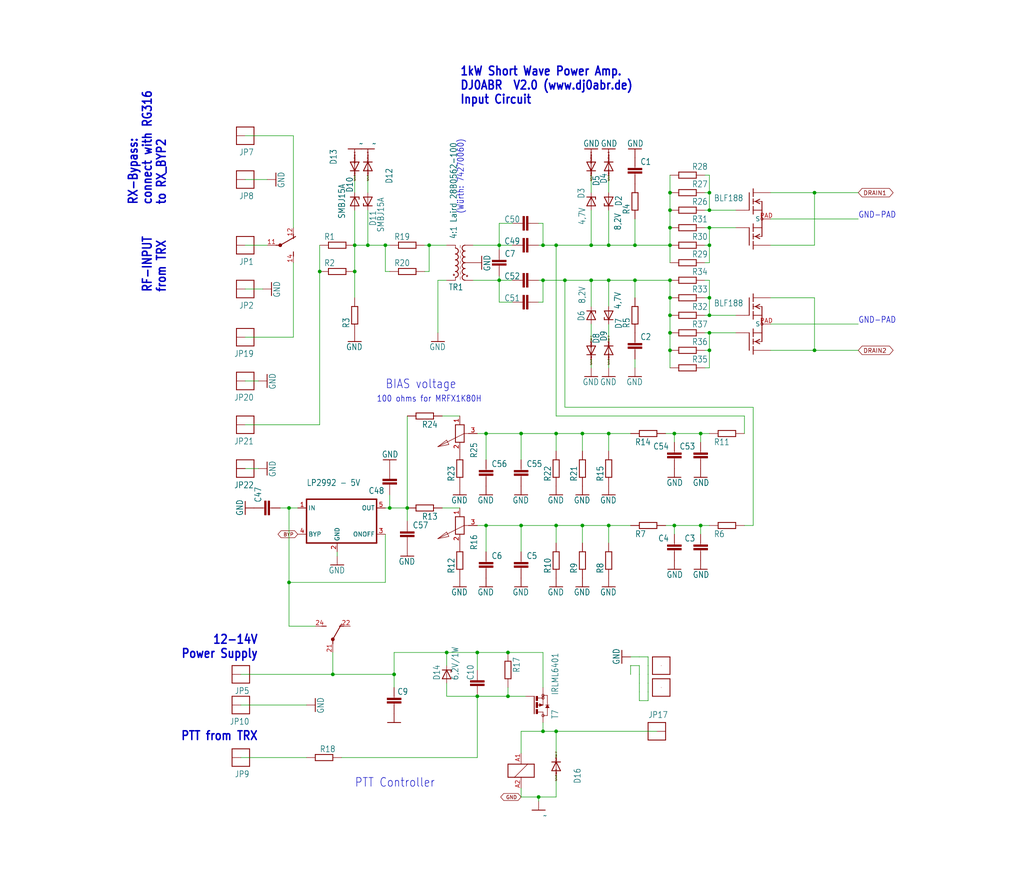
<source format=kicad_sch>
(kicad_sch (version 20231120) (generator "eeschema") (generator_version "8.0")
  (paper "User" 297.002 257.531)
  (junction (at 205.74 66.04))
  (junction (at 236.22 55.88))
  (junction (at 168.91 125.73))
  (junction (at 114.3 195.58))
  (junction (at 194.31 91.44))
  (junction (at 184.15 81.28))
  (junction (at 138.43 201.93))
  (junction (at 205.74 91.44))
  (junction (at 194.31 81.28))
  (junction (at 83.82 147.32))
  (junction (at 138.43 189.23))
  (junction (at 236.22 101.6))
  (junction (at 118.11 147.32))
  (junction (at 171.45 81.28))
  (junction (at 161.29 125.73))
  (junction (at 161.29 152.4))
  (junction (at 157.48 71.12))
  (junction (at 92.71 78.74))
  (junction (at 176.53 152.4))
  (junction (at 161.29 212.09))
  (junction (at 205.74 101.6))
  (junction (at 140.97 125.73))
  (junction (at 113.03 147.32))
  (junction (at 194.31 55.88))
  (junction (at 102.87 78.74))
  (junction (at 203.2 125.73))
  (junction (at 151.13 125.73))
  (junction (at 106.68 71.12))
  (junction (at 176.53 71.12))
  (junction (at 147.32 189.23))
  (junction (at 176.53 125.73))
  (junction (at 195.58 152.4))
  (junction (at 157.48 212.09))
  (junction (at 102.87 71.12))
  (junction (at 144.78 81.28))
  (junction (at 161.29 71.12))
  (junction (at 129.54 189.23))
  (junction (at 157.48 81.28))
  (junction (at 194.31 71.12))
  (junction (at 205.74 71.12))
  (junction (at 195.58 125.73))
  (junction (at 156.21 231.14))
  (junction (at 171.45 71.12))
  (junction (at 194.31 101.6))
  (junction (at 205.74 96.52))
  (junction (at 147.32 201.93))
  (junction (at 124.46 71.12))
  (junction (at 144.78 71.12))
  (junction (at 194.31 96.52))
  (junction (at 194.31 60.96))
  (junction (at 184.15 71.12))
  (junction (at 111.76 71.12))
  (junction (at 205.74 60.96))
  (junction (at 176.53 81.28))
  (junction (at 194.31 66.04))
  (junction (at 203.2 152.4))
  (junction (at 194.31 86.36))
  (junction (at 163.83 81.28))
  (junction (at 205.74 86.36))
  (junction (at 151.13 152.4))
  (junction (at 83.82 168.91))
  (junction (at 168.91 152.4))
  (junction (at 96.52 195.58))
  (junction (at 140.97 152.4))
  (junction (at 205.74 55.88))
  (wire (pts (xy 176.53 88.9) (xy 176.53 81.28)) (stroke (width 0.1524)))
  (wire (pts (xy 124.46 78.74) (xy 124.46 71.12)) (stroke (width 0.1524)))
  (wire (pts (xy 194.31 71.12) (xy 194.31 76.2)) (stroke (width 0.1524)))
  (wire (pts (xy 71.12 123.19) (xy 92.71 123.19)) (stroke (width 0.1524)))
  (wire (pts (xy 118.11 151.13) (xy 118.11 147.32)) (stroke (width 0.1524)))
  (wire (pts (xy 161.29 71.12) (xy 171.45 71.12)) (stroke (width 0.1524)))
  (wire (pts (xy 194.31 50.8) (xy 194.31 55.88)) (stroke (width 0.1524)))
  (wire (pts (xy 106.68 71.12) (xy 102.87 71.12)) (stroke (width 0.1524)))
  (wire (pts (xy 151.13 160.02) (xy 151.13 152.4)) (stroke (width 0.1524)))
  (wire (pts (xy 71.12 97.79) (xy 85.09 97.79)) (stroke (width 0.1524)))
  (wire (pts (xy 171.45 99.06) (xy 171.45 93.98)) (stroke (width 0.1524)))
  (wire (pts (xy 113.03 143.51) (xy 113.03 147.32)) (stroke (width 0.1524)))
  (wire (pts (xy 97.79 160.02) (xy 97.79 161.29)) (stroke (width 0.1524)))
  (wire (pts (xy 157.48 209.55) (xy 157.48 212.09)) (stroke (width 0.1524)))
  (wire (pts (xy 171.45 60.96) (xy 171.45 71.12)) (stroke (width 0.1524)))
  (wire (pts (xy 129.54 198.12) (xy 129.54 201.93)) (stroke (width 0.1524)))
  (wire (pts (xy 205.74 60.96) (xy 204.47 60.96)) (stroke (width 0.1524)))
  (wire (pts (xy 223.52 86.36) (xy 236.22 86.36)) (stroke (width 0.1524)))
  (wire (pts (xy 184.15 63.5) (xy 184.15 71.12)) (stroke (width 0.1524)))
  (wire (pts (xy 204.47 50.8) (xy 205.74 50.8)) (stroke (width 0.1524)))
  (wire (pts (xy 205.74 96.52) (xy 205.74 101.6)) (stroke (width 0.1524)))
  (wire (pts (xy 138.43 201.93) (xy 138.43 219.71)) (stroke (width 0.1524)))
  (wire (pts (xy 113.03 71.12) (xy 111.76 71.12)) (stroke (width 0.1524)))
  (wire (pts (xy 176.53 50.8) (xy 176.53 55.88)) (stroke (width 0.1524)))
  (wire (pts (xy 176.53 157.48) (xy 176.53 152.4)) (stroke (width 0.1524)))
  (wire (pts (xy 129.54 71.12) (xy 124.46 71.12)) (stroke (width 0.1524)))
  (wire (pts (xy 151.13 133.35) (xy 151.13 125.73)) (stroke (width 0.1524)))
  (wire (pts (xy 83.82 168.91) (xy 83.82 181.61)) (stroke (width 0.1524)))
  (wire (pts (xy 182.88 193.04) (xy 182.88 195.58)) (stroke (width 0.1524)))
  (wire (pts (xy 151.13 125.73) (xy 161.29 125.73)) (stroke (width 0.1524)))
  (wire (pts (xy 205.74 81.28) (xy 205.74 86.36)) (stroke (width 0.1524)))
  (wire (pts (xy 111.76 147.32) (xy 113.03 147.32)) (stroke (width 0.1524)))
  (wire (pts (xy 69.85 195.58) (xy 96.52 195.58)) (stroke (width 0.1524)))
  (wire (pts (xy 147.32 201.93) (xy 147.32 199.39)) (stroke (width 0.1524)))
  (wire (pts (xy 223.52 71.12) (xy 236.22 71.12)) (stroke (width 0.1524)))
  (wire (pts (xy 123.19 78.74) (xy 124.46 78.74)) (stroke (width 0.1524)))
  (wire (pts (xy 151.13 152.4) (xy 161.29 152.4)) (stroke (width 0.1524)))
  (wire (pts (xy 215.9 120.65) (xy 161.29 120.65)) (stroke (width 0.1524)))
  (wire (pts (xy 176.53 60.96) (xy 176.53 71.12)) (stroke (width 0.1524)))
  (wire (pts (xy 111.76 71.12) (xy 106.68 71.12)) (stroke (width 0.1524)))
  (wire (pts (xy 118.11 120.65) (xy 118.11 147.32)) (stroke (width 0.1524)))
  (wire (pts (xy 204.47 81.28) (xy 205.74 81.28)) (stroke (width 0.1524)))
  (wire (pts (xy 83.82 147.32) (xy 83.82 168.91)) (stroke (width 0.1524)))
  (wire (pts (xy 71.12 71.12) (xy 77.47 71.12)) (stroke (width 0.1524)))
  (wire (pts (xy 92.71 123.19) (xy 92.71 78.74)) (stroke (width 0.1524)))
  (wire (pts (xy 161.29 212.09) (xy 190.5 212.09)) (stroke (width 0.1524)))
  (wire (pts (xy 187.96 200.66) (xy 187.96 203.2)) (stroke (width 0.1524)))
  (wire (pts (xy 148.59 87.63) (xy 144.78 87.63)) (stroke (width 0.1524)))
  (wire (pts (xy 171.45 71.12) (xy 176.53 71.12)) (stroke (width 0.1524)))
  (wire (pts (xy 204.47 101.6) (xy 205.74 101.6)) (stroke (width 0.1524)))
  (wire (pts (xy 185.42 203.2) (xy 185.42 200.66)) (stroke (width 0.1524)))
  (wire (pts (xy 171.45 88.9) (xy 171.45 81.28)) (stroke (width 0.1524)))
  (wire (pts (xy 187.96 198.12) (xy 187.96 200.66)) (stroke (width 0.1524)))
  (wire (pts (xy 194.31 86.36) (xy 194.31 81.28)) (stroke (width 0.1524)))
  (wire (pts (xy 168.91 130.81) (xy 168.91 125.73)) (stroke (width 0.1524)))
  (wire (pts (xy 182.88 190.5) (xy 185.42 190.5)) (stroke (width 0.1524)))
  (wire (pts (xy 137.16 81.28) (xy 144.78 81.28)) (stroke (width 0.1524)))
  (wire (pts (xy 204.47 86.36) (xy 205.74 86.36)) (stroke (width 0.1524)))
  (wire (pts (xy 236.22 101.6) (xy 248.92 101.6)) (stroke (width 0.1524)))
  (wire (pts (xy 138.43 189.23) (xy 129.54 189.23)) (stroke (width 0.1524)))
  (wire (pts (xy 102.87 71.12) (xy 102.87 78.74)) (stroke (width 0.1524)))
  (wire (pts (xy 205.74 66.04) (xy 204.47 66.04)) (stroke (width 0.1524)))
  (wire (pts (xy 184.15 106.68) (xy 184.15 104.14)) (stroke (width 0.1524)))
  (wire (pts (xy 171.45 106.68) (xy 171.45 104.14)) (stroke (width 0.1524)))
  (wire (pts (xy 138.43 152.4) (xy 140.97 152.4)) (stroke (width 0.1524)))
  (wire (pts (xy 161.29 120.65) (xy 161.29 71.12)) (stroke (width 0.1524)))
  (wire (pts (xy 194.31 60.96) (xy 194.31 66.04)) (stroke (width 0.1524)))
  (wire (pts (xy 187.96 195.58) (xy 187.96 198.12)) (stroke (width 0.1524)))
  (wire (pts (xy 184.15 71.12) (xy 194.31 71.12)) (stroke (width 0.1524)))
  (wire (pts (xy 144.78 71.12) (xy 148.59 71.12)) (stroke (width 0.1524)))
  (wire (pts (xy 204.47 76.2) (xy 205.74 76.2)) (stroke (width 0.1524)))
  (wire (pts (xy 88.9 219.71) (xy 69.85 219.71)) (stroke (width 0.1524)))
  (wire (pts (xy 140.97 125.73) (xy 151.13 125.73)) (stroke (width 0.1524)))
  (wire (pts (xy 185.42 200.66) (xy 185.42 198.12)) (stroke (width 0.1524)))
  (wire (pts (xy 205.74 91.44) (xy 204.47 91.44)) (stroke (width 0.1524)))
  (wire (pts (xy 194.31 91.44) (xy 194.31 86.36)) (stroke (width 0.1524)))
  (wire (pts (xy 203.2 154.94) (xy 203.2 152.4)) (stroke (width 0.1524)))
  (wire (pts (xy 138.43 201.93) (xy 147.32 201.93)) (stroke (width 0.1524)))
  (wire (pts (xy 161.29 157.48) (xy 161.29 152.4)) (stroke (width 0.1524)))
  (wire (pts (xy 176.53 99.06) (xy 176.53 93.98)) (stroke (width 0.1524)))
  (wire (pts (xy 111.76 154.94) (xy 111.76 168.91)) (stroke (width 0.1524)))
  (wire (pts (xy 163.83 118.11) (xy 163.83 81.28)) (stroke (width 0.1524)))
  (wire (pts (xy 140.97 160.02) (xy 140.97 152.4)) (stroke (width 0.1524)))
  (wire (pts (xy 151.13 231.14) (xy 151.13 228.6)) (stroke (width 0.1524)))
  (wire (pts (xy 147.32 189.23) (xy 138.43 189.23)) (stroke (width 0.1524)))
  (wire (pts (xy 185.42 193.04) (xy 182.88 193.04)) (stroke (width 0.1524)))
  (wire (pts (xy 195.58 125.73) (xy 203.2 125.73)) (stroke (width 0.1524)))
  (wire (pts (xy 205.74 50.8) (xy 205.74 55.88)) (stroke (width 0.1524)))
  (wire (pts (xy 138.43 194.31) (xy 138.43 189.23)) (stroke (width 0.1524)))
  (wire (pts (xy 223.52 93.98) (xy 248.92 93.98)) (stroke (width 0.1524)))
  (wire (pts (xy 184.15 81.28) (xy 194.31 81.28)) (stroke (width 0.1524)))
  (wire (pts (xy 176.53 106.68) (xy 176.53 104.14)) (stroke (width 0.1524)))
  (wire (pts (xy 195.58 152.4) (xy 203.2 152.4)) (stroke (width 0.1524)))
  (wire (pts (xy 205.74 66.04) (xy 213.36 66.04)) (stroke (width 0.1524)))
  (wire (pts (xy 187.96 203.2) (xy 185.42 203.2)) (stroke (width 0.1524)))
  (wire (pts (xy 236.22 55.88) (xy 248.92 55.88)) (stroke (width 0.1524)))
  (wire (pts (xy 161.29 219.71) (xy 161.29 212.09)) (stroke (width 0.1524)))
  (wire (pts (xy 129.54 189.23) (xy 114.3 189.23)) (stroke (width 0.1524)))
  (wire (pts (xy 151.13 231.14) (xy 156.21 231.14)) (stroke (width 0.1524)))
  (wire (pts (xy 140.97 133.35) (xy 140.97 125.73)) (stroke (width 0.1524)))
  (wire (pts (xy 193.04 152.4) (xy 195.58 152.4)) (stroke (width 0.1524)))
  (wire (pts (xy 193.04 125.73) (xy 195.58 125.73)) (stroke (width 0.1524)))
  (wire (pts (xy 113.03 78.74) (xy 111.76 78.74)) (stroke (width 0.1524)))
  (wire (pts (xy 204.47 55.88) (xy 205.74 55.88)) (stroke (width 0.1524)))
  (wire (pts (xy 185.42 190.5) (xy 187.96 190.5)) (stroke (width 0.1524)))
  (wire (pts (xy 204.47 96.52) (xy 205.74 96.52)) (stroke (width 0.1524)))
  (wire (pts (xy 156.21 231.14) (xy 161.29 231.14)) (stroke (width 0.1524)))
  (wire (pts (xy 194.31 96.52) (xy 194.31 91.44)) (stroke (width 0.1524)))
  (wire (pts (xy 161.29 130.81) (xy 161.29 125.73)) (stroke (width 0.1524)))
  (wire (pts (xy 205.74 91.44) (xy 213.36 91.44)) (stroke (width 0.1524)))
  (wire (pts (xy 223.52 55.88) (xy 236.22 55.88)) (stroke (width 0.1524)))
  (wire (pts (xy 152.4 201.93) (xy 147.32 201.93)) (stroke (width 0.1524)))
  (wire (pts (xy 161.29 125.73) (xy 168.91 125.73)) (stroke (width 0.1524)))
  (wire (pts (xy 102.87 60.96) (xy 102.87 71.12)) (stroke (width 0.1524)))
  (wire (pts (xy 144.78 80.01) (xy 144.78 81.28)) (stroke (width 0.1524)))
  (wire (pts (xy 176.53 71.12) (xy 184.15 71.12)) (stroke (width 0.1524)))
  (wire (pts (xy 77.47 52.07) (xy 71.12 52.07)) (stroke (width 0.1524)))
  (wire (pts (xy 144.78 64.77) (xy 144.78 71.12)) (stroke (width 0.1524)))
  (wire (pts (xy 114.3 199.39) (xy 114.3 195.58)) (stroke (width 0.1524)))
  (wire (pts (xy 176.53 125.73) (xy 182.88 125.73)) (stroke (width 0.1524)))
  (wire (pts (xy 205.74 71.12) (xy 205.74 66.04)) (stroke (width 0.1524)))
  (wire (pts (xy 85.09 66.04) (xy 85.09 39.37)) (stroke (width 0.1524)))
  (wire (pts (xy 129.54 201.93) (xy 138.43 201.93)) (stroke (width 0.1524)))
  (wire (pts (xy 215.9 152.4) (xy 218.44 152.4)) (stroke (width 0.1524)))
  (wire (pts (xy 223.52 101.6) (xy 236.22 101.6)) (stroke (width 0.1524)))
  (wire (pts (xy 106.68 60.96) (xy 106.68 71.12)) (stroke (width 0.1524)))
  (wire (pts (xy 203.2 125.73) (xy 205.74 125.73)) (stroke (width 0.1524)))
  (wire (pts (xy 161.29 152.4) (xy 168.91 152.4)) (stroke (width 0.1524)))
  (wire (pts (xy 168.91 125.73) (xy 176.53 125.73)) (stroke (width 0.1524)))
  (wire (pts (xy 157.48 189.23) (xy 147.32 189.23)) (stroke (width 0.1524)))
  (wire (pts (xy 128.27 147.32) (xy 133.35 147.32)) (stroke (width 0.1524)))
  (wire (pts (xy 69.85 204.47) (xy 88.9 204.47)) (stroke (width 0.1524)))
  (wire (pts (xy 129.54 81.28) (xy 127 81.28)) (stroke (width 0.1524)))
  (wire (pts (xy 185.42 198.12) (xy 185.42 195.58)) (stroke (width 0.1524)))
  (wire (pts (xy 236.22 71.12) (xy 236.22 55.88)) (stroke (width 0.1524)))
  (wire (pts (xy 157.48 199.39) (xy 157.48 189.23)) (stroke (width 0.1524)))
  (wire (pts (xy 127 81.28) (xy 127 96.52)) (stroke (width 0.1524)))
  (wire (pts (xy 74.93 110.49) (xy 71.12 110.49)) (stroke (width 0.1524)))
  (wire (pts (xy 83.82 181.61) (xy 91.44 181.61)) (stroke (width 0.1524)))
  (wire (pts (xy 184.15 86.36) (xy 184.15 81.28)) (stroke (width 0.1524)))
  (wire (pts (xy 194.31 106.68) (xy 194.31 101.6)) (stroke (width 0.1524)))
  (wire (pts (xy 195.58 128.27) (xy 195.58 125.73)) (stroke (width 0.1524)))
  (wire (pts (xy 176.53 130.81) (xy 176.53 125.73)) (stroke (width 0.1524)))
  (wire (pts (xy 140.97 152.4) (xy 151.13 152.4)) (stroke (width 0.1524)))
  (wire (pts (xy 215.9 125.73) (xy 215.9 120.65)) (stroke (width 0.1524)))
  (wire (pts (xy 156.21 64.77) (xy 157.48 64.77)) (stroke (width 0.1524)))
  (wire (pts (xy 138.43 125.73) (xy 140.97 125.73)) (stroke (width 0.1524)))
  (wire (pts (xy 185.42 195.58) (xy 185.42 193.04)) (stroke (width 0.1524)))
  (wire (pts (xy 148.59 64.77) (xy 144.78 64.77)) (stroke (width 0.1524)))
  (wire (pts (xy 218.44 118.11) (xy 163.83 118.11)) (stroke (width 0.1524)))
  (wire (pts (xy 176.53 152.4) (xy 182.88 152.4)) (stroke (width 0.1524)))
  (wire (pts (xy 111.76 168.91) (xy 83.82 168.91)) (stroke (width 0.1524)))
  (wire (pts (xy 92.71 71.12) (xy 92.71 78.74)) (stroke (width 0.1524)))
  (wire (pts (xy 137.16 71.12) (xy 144.78 71.12)) (stroke (width 0.1524)))
  (wire (pts (xy 205.74 106.68) (xy 204.47 106.68)) (stroke (width 0.1524)))
  (wire (pts (xy 96.52 195.58) (xy 96.52 189.23)) (stroke (width 0.1524)))
  (wire (pts (xy 114.3 195.58) (xy 96.52 195.58)) (stroke (width 0.1524)))
  (wire (pts (xy 194.31 55.88) (xy 194.31 60.96)) (stroke (width 0.1524)))
  (wire (pts (xy 248.92 63.5) (xy 223.52 63.5)) (stroke (width 0.1524)))
  (wire (pts (xy 157.48 71.12) (xy 161.29 71.12)) (stroke (width 0.1524)))
  (wire (pts (xy 111.76 78.74) (xy 111.76 71.12)) (stroke (width 0.1524)))
  (wire (pts (xy 203.2 152.4) (xy 205.74 152.4)) (stroke (width 0.1524)))
  (wire (pts (xy 144.78 87.63) (xy 144.78 81.28)) (stroke (width 0.1524)))
  (wire (pts (xy 187.96 193.04) (xy 187.96 195.58)) (stroke (width 0.1524)))
  (wire (pts (xy 213.36 96.52) (xy 205.74 96.52)) (stroke (width 0.1524)))
  (wire (pts (xy 74.93 135.89) (xy 71.12 135.89)) (stroke (width 0.1524)))
  (wire (pts (xy 205.74 101.6) (xy 205.74 106.68)) (stroke (width 0.1524)))
  (wire (pts (xy 204.47 71.12) (xy 205.74 71.12)) (stroke (width 0.1524)))
  (wire (pts (xy 144.78 72.39) (xy 144.78 71.12)) (stroke (width 0.1524)))
  (wire (pts (xy 102.87 50.8) (xy 102.87 55.88)) (stroke (width 0.1524)))
  (wire (pts (xy 236.22 86.36) (xy 236.22 101.6)) (stroke (width 0.1524)))
  (wire (pts (xy 187.96 190.5) (xy 187.96 193.04)) (stroke (width 0.1524)))
  (wire (pts (xy 114.3 189.23) (xy 114.3 195.58)) (stroke (width 0.1524)))
  (wire (pts (xy 218.44 152.4) (xy 218.44 118.11)) (stroke (width 0.1524)))
  (wire (pts (xy 71.12 83.82) (xy 76.2 83.82)) (stroke (width 0.1524)))
  (wire (pts (xy 161.29 224.79) (xy 161.29 231.14)) (stroke (width 0.1524)))
  (wire (pts (xy 106.68 50.8) (xy 106.68 55.88)) (stroke (width 0.1524)))
  (wire (pts (xy 81.28 147.32) (xy 83.82 147.32)) (stroke (width 0.1524)))
  (wire (pts (xy 168.91 157.48) (xy 168.91 152.4)) (stroke (width 0.1524)))
  (wire (pts (xy 176.53 81.28) (xy 184.15 81.28)) (stroke (width 0.1524)))
  (wire (pts (xy 205.74 55.88) (xy 205.74 60.96)) (stroke (width 0.1524)))
  (wire (pts (xy 205.74 76.2) (xy 205.74 71.12)) (stroke (width 0.1524)))
  (wire (pts (xy 128.27 120.65) (xy 133.35 120.65)) (stroke (width 0.1524)))
  (wire (pts (xy 156.21 71.12) (xy 157.48 71.12)) (stroke (width 0.1524)))
  (wire (pts (xy 156.21 232.41) (xy 156.21 231.14)) (stroke (width 0.1524)))
  (wire (pts (xy 194.31 66.04) (xy 194.31 71.12)) (stroke (width 0.1524)))
  (wire (pts (xy 151.13 218.44) (xy 151.13 212.09)) (stroke (width 0.1524)))
  (wire (pts (xy 102.87 78.74) (xy 102.87 86.36)) (stroke (width 0.1524)))
  (wire (pts (xy 138.43 219.71) (xy 99.06 219.71)) (stroke (width 0.1524)))
  (wire (pts (xy 168.91 152.4) (xy 176.53 152.4)) (stroke (width 0.1524)))
  (wire (pts (xy 151.13 212.09) (xy 157.48 212.09)) (stroke (width 0.1524)))
  (wire (pts (xy 157.48 212.09) (xy 161.29 212.09)) (stroke (width 0.1524)))
  (wire (pts (xy 157.48 64.77) (xy 157.48 71.12)) (stroke (width 0.1524)))
  (wire (pts (xy 194.31 101.6) (xy 194.31 96.52)) (stroke (width 0.1524)))
  (wire (pts (xy 205.74 86.36) (xy 205.74 91.44)) (stroke (width 0.1524)))
  (wire (pts (xy 156.21 81.28) (xy 157.48 81.28)) (stroke (width 0.1524)))
  (wire (pts (xy 156.21 87.63) (xy 157.48 87.63)) (stroke (width 0.1524)))
  (wire (pts (xy 195.58 154.94) (xy 195.58 152.4)) (stroke (width 0.1524)))
  (wire (pts (xy 205.74 60.96) (xy 213.36 60.96)) (stroke (width 0.1524)))
  (wire (pts (xy 203.2 128.27) (xy 203.2 125.73)) (stroke (width 0.1524)))
  (wire (pts (xy 171.45 81.28) (xy 176.53 81.28)) (stroke (width 0.1524)))
  (wire (pts (xy 157.48 81.28) (xy 163.83 81.28)) (stroke (width 0.1524)))
  (wire (pts (xy 163.83 81.28) (xy 171.45 81.28)) (stroke (width 0.1524)))
  (wire (pts (xy 113.03 147.32) (xy 118.11 147.32)) (stroke (width 0.1524)))
  (wire (pts (xy 144.78 81.28) (xy 148.59 81.28)) (stroke (width 0.1524)))
  (wire (pts (xy 157.48 87.63) (xy 157.48 81.28)) (stroke (width 0.1524)))
  (wire (pts (xy 129.54 193.04) (xy 129.54 189.23)) (stroke (width 0.1524)))
  (wire (pts (xy 124.46 71.12) (xy 123.19 71.12)) (stroke (width 0.1524)))
  (wire (pts (xy 171.45 50.8) (xy 171.45 55.88)) (stroke (width 0.1524)))
  (wire (pts (xy 85.09 97.79) (xy 85.09 76.2)) (stroke (width 0.1524)))
  (wire (pts (xy 86.36 147.32) (xy 83.82 147.32)) (stroke (width 0.1524)))
  (wire (pts (xy 85.09 39.37) (xy 71.12 39.37)) (stroke (width 0.1524)))
  (text "(Würth: 74270060)" (at 134.62 62.23 90) (effects (font (size 1.778 1.5113)) (justify left bottom)))
  (text "GND-PAD" (at 248.92 63.5 0) (effects (font (size 1.778 1.5113)) (justify left bottom)))
  (text "12-14V\nPower Supply" (at 74.93 184.15 0) (effects (font (size 2.54 2.159) (thickness 0.4318) (bold yes)) (justify right top)))
  (text "PTT from TRX" (at 74.93 212.09 0) (effects (font (size 2.54 2.159) (thickness 0.4318) (bold yes)) (justify right top)))
  (text "RX-Bypass:\nconnect with RG316\nto RX_BYP2" (at 48.26 59.69 90) (effects (font (size 2.54 2.159) (thickness 0.4318) (bold yes)) (justify left bottom)))
  (text "RF-INPUT\nfrom TRX" (at 48.26 85.09 90) (effects (font (size 2.54 2.159) (thickness 0.4318) (bold yes)) (justify left bottom)))
  (text "GND-PAD" (at 248.92 93.98 0) (effects (font (size 1.778 1.5113)) (justify left bottom)))
  (text "BIAS voltage" (at 111.76 113.03 0) (effects (font (size 2.54 2.159)) (justify left bottom)))
  (text "1kW Short Wave Power Amp.\nDJ0ABR  V2.0 (www.dj0abr.de)\nInput Circuit" (at 133.35 30.48 0) (effects (font (size 2.54 2.159) (thickness 0.4318) (bold yes)) (justify left bottom)))
  (text "100 ohms for MRFX1K80H" (at 109.22 116.84 0) (effects (font (size 1.778 1.5113)) (justify left bottom)))
  (text "PTT Controller" (at 102.87 228.6 0) (effects (font (size 2.54 2.159)) (justify left bottom)))
  (global_label "BYP" (shape bidirectional) (at 86.36 154.94 180) (effects (font (size 1.016 1.016))) (property "Intersheetrefs" "${INTERSHEET_REFS}" (effects (hide yes))))
  (global_label "GND" (shape bidirectional) (at 151.13 231.14 180) (effects (font (size 1.016 1.016))) (property "Intersheetrefs" "${INTERSHEET_REFS}" (effects (hide yes))))
  (global_label "DRAIN1" (shape bidirectional) (at 248.92 55.88 0) (effects (font (size 1.2446 1.2446))) (property "Intersheetrefs" "${INTERSHEET_REFS}" (effects (hide yes))))
  (global_label "DRAIN2" (shape bidirectional) (at 248.92 101.6 0) (effects (font (size 1.2446 1.2446))) (property "Intersheetrefs" "${INTERSHEET_REFS}" (effects (hide yes))))
  (symbol (lib_id "kwpa_ldmos2-eagle-import:km_THICKPINSQUARE") (at 68.58 110.49 180) (unit 1)
    (property "Reference" "JP20" (at 73.66 114.3 0) (effects (font (size 1.778 1.5113)) (justify left bottom)))
    (property "Value" "THICKPINSQUARE" (effects (hide yes)))
    (property "Footprint" "kwpa_ldmos2:THICKPIN" (effects (hide yes)))
  )
  (symbol (lib_id "kwpa_ldmos2-eagle-import:km_THICKPINSQUARE") (at 67.31 195.58 180) (unit 1)
    (property "Reference" "JP5" (at 72.39 199.39 0) (effects (font (size 1.778 1.5113)) (justify left bottom)))
    (property "Value" "THICKPINSQUARE" (effects (hide yes)))
    (property "Footprint" "kwpa_ldmos2:THICKPIN" (effects (hide yes)))
  )
  (symbol (lib_id "kwpa_ldmos2-eagle-import:rcl_R-EU_R1206") (at 199.39 91.44 0) (unit 1)
    (property "Reference" "R32" (at 200.66 89.9414 0) (effects (font (size 1.778 1.5113)) (justify left bottom)))
    (property "Value" "R-EU_R1206" (effects (hide yes)))
    (property "Footprint" "kwpa_ldmos2:R1206" (effects (hide yes)))
  )
  (symbol (lib_id "kwpa_ldmos2-eagle-import:supply1_GND") (at 176.53 109.22 0) (unit 1)
    (property "Reference" "#GND17" (effects (hide yes)))
    (property "Value" "GND" (at 173.99 111.76 0) (effects (font (size 1.778 1.5113)) (justify left bottom)))
  )
  (symbol (lib_id "kwpa_ldmos2-eagle-import:rcl_C-EUC0603K") (at 118.11 153.67 0) (unit 1)
    (property "Reference" "C57" (at 119.634 153.289 0) (effects (font (size 1.778 1.5113)) (justify left bottom)))
    (property "Value" "C-EUC0603K" (effects (hide yes)))
    (property "Footprint" "kwpa_ldmos2:C0603K" (effects (hide yes)))
  )
  (symbol (lib_id "kwpa_ldmos2-eagle-import:km_ZPYSMA") (at 102.87 58.42 90) (unit 1)
    (property "Reference" "D10" (at 102.3874 55.88 0) (effects (font (size 1.778 1.5113)) (justify left bottom)))
    (property "Value" "SMBJ15A" (at 100.1014 63.5 0) (effects (font (size 1.778 1.5113)) (justify left bottom)))
    (property "Footprint" "kwpa_ldmos2:SMA" (effects (hide yes)))
  )
  (symbol (lib_id "kwpa_ldmos2-eagle-import:supply1_GND") (at 140.97 170.18 0) (unit 1)
    (property "Reference" "#GND12" (effects (hide yes)))
    (property "Value" "GND" (at 138.43 172.72 0) (effects (font (size 1.778 1.5113)) (justify left bottom)))
  )
  (symbol (lib_id "kwpa_ldmos2-eagle-import:relay_FINDER-30.22") (at 151.13 223.52 0) (unit 1)
    (property "Reference" "K2" (effects (hide yes)))
    (property "Value" "FINDER-30.22" (effects (hide yes)))
    (property "Footprint" "kwpa_ldmos2:FINDER-30.22" (effects (hide yes)))
  )
  (symbol (lib_id "kwpa_ldmos2-eagle-import:rcl_C-EUC1206K") (at 184.15 99.06 0) (unit 1)
    (property "Reference" "C2" (at 185.674 98.679 0) (effects (font (size 1.778 1.5113)) (justify left bottom)))
    (property "Value" "C-EUC1206K" (effects (hide yes)))
    (property "Footprint" "kwpa_ldmos2:C1206K" (effects (hide yes)))
  )
  (symbol (lib_id "kwpa_ldmos2-eagle-import:supply1_GND") (at 171.45 43.18 180) (unit 1)
    (property "Reference" "#GND15" (effects (hide yes)))
    (property "Value" "GND" (at 173.99 40.64 0) (effects (font (size 1.778 1.5113)) (justify left bottom)))
  )
  (symbol (lib_id "kwpa_ldmos2-eagle-import:km_THICKPINSQUARE") (at 68.58 83.82 180) (unit 1)
    (property "Reference" "JP2" (at 73.66 87.63 0) (effects (font (size 1.778 1.5113)) (justify left bottom)))
    (property "Value" "THICKPINSQUARE" (effects (hide yes)))
    (property "Footprint" "kwpa_ldmos2:THICKPIN" (effects (hide yes)))
  )
  (symbol (lib_id "kwpa_ldmos2-eagle-import:supply1_GND") (at 161.29 143.51 0) (unit 1)
    (property "Reference" "#GND60" (effects (hide yes)))
    (property "Value" "GND" (at 158.75 146.05 0) (effects (font (size 1.778 1.5113)) (justify left bottom)))
  )
  (symbol (lib_id "kwpa_ldmos2-eagle-import:supply1_GND") (at 77.47 110.49 90) (unit 1)
    (property "Reference" "#GND64" (effects (hide yes)))
    (property "Value" "GND" (at 80.01 113.03 0) (effects (font (size 1.778 1.5113)) (justify left bottom)))
  )
  (symbol (lib_id "kwpa_ldmos2-eagle-import:rcl_R-EU_R1206") (at 199.39 86.36 0) (unit 1)
    (property "Reference" "R33" (at 200.66 84.8614 0) (effects (font (size 1.778 1.5113)) (justify left bottom)))
    (property "Value" "R-EU_R1206" (effects (hide yes)))
    (property "Footprint" "kwpa_ldmos2:R1206" (effects (hide yes)))
  )
  (symbol (lib_id "kwpa_ldmos2-eagle-import:supply1_GND") (at 176.53 43.18 180) (unit 1)
    (property "Reference" "#GND16" (effects (hide yes)))
    (property "Value" "GND" (at 179.07 40.64 0) (effects (font (size 1.778 1.5113)) (justify left bottom)))
  )
  (symbol (lib_id "kwpa_ldmos2-eagle-import:supply1_GND") (at 97.79 163.83 0) (unit 1)
    (property "Reference" "#GND14" (effects (hide yes)))
    (property "Value" "GND" (at 95.25 166.37 0) (effects (font (size 1.778 1.5113)) (justify left bottom)))
  )
  (symbol (lib_id "kwpa_ldmos2-eagle-import:supply1_GND") (at 91.44 204.47 90) (unit 1)
    (property "Reference" "#GND24" (effects (hide yes)))
    (property "Value" "GND" (at 93.98 207.01 0) (effects (font (size 1.778 1.5113)) (justify left bottom)))
  )
  (symbol (lib_id "kwpa_ldmos2-eagle-import:diode_DIODE-SMB") (at 171.45 48.26 270) (unit 1)
    (property "Reference" "D5" (at 171.9326 50.8 0) (effects (font (size 1.778 1.5113)) (justify left bottom)))
    (property "Value" "DIODE-SMB" (effects (hide yes)))
    (property "Footprint" "kwpa_ldmos2:SMB" (effects (hide yes)))
  )
  (symbol (lib_id "kwpa_ldmos2-eagle-import:km_HOLE_32") (at 182.88 193.04 0) (unit 1)
    (property "Reference" "H13" (effects (hide yes)))
    (property "Value" "HOLE_32" (effects (hide yes)))
    (property "Footprint" "kwpa_ldmos2:HOLE32" (effects (hide yes)))
  )
  (symbol (lib_id "kwpa_ldmos2-eagle-import:km_MINIPOTI-S") (at 133.35 125.73 90) (mirror x) (unit 1)
    (property "Reference" "R25" (at 138.43 128.27 0) (effects (font (size 1.778 1.5113)) (justify left bottom)))
    (property "Value" "MINIPOTI-S" (effects (hide yes)))
    (property "Footprint" "kwpa_ldmos2:MINIPOTI" (effects (hide yes)))
  )
  (symbol (lib_id "kwpa_ldmos2-eagle-import:supply1_GND") (at 139.7 76.2 90) (unit 1)
    (property "Reference" "#GND55" (effects (hide yes)))
    (property "Value" "GND" (at 142.24 78.74 0) (effects (font (size 1.778 1.5113)) (justify left bottom)))
  )
  (symbol (lib_id "kwpa_ldmos2-eagle-import:rcl_C-EUC0603K") (at 203.2 130.81 0) (mirror y) (unit 1)
    (property "Reference" "C53" (at 201.676 130.429 0) (effects (font (size 1.778 1.5113)) (justify left bottom)))
    (property "Value" "C-EUC0603K" (effects (hide yes)))
    (property "Footprint" "kwpa_ldmos2:C0603K" (effects (hide yes)))
  )
  (symbol (lib_id "kwpa_ldmos2-eagle-import:rcl_R-EU_R1206") (at 199.39 96.52 0) (unit 1)
    (property "Reference" "R37" (at 200.66 95.0214 0) (effects (font (size 1.778 1.5113)) (justify left bottom)))
    (property "Value" "R-EU_R1206" (effects (hide yes)))
    (property "Footprint" "kwpa_ldmos2:R1206" (effects (hide yes)))
  )
  (symbol (lib_id "kwpa_ldmos2-eagle-import:rcl_R-EU_R0603") (at 123.19 147.32 180) (unit 1)
    (property "Reference" "R13" (at 127 148.8186 0) (effects (font (size 1.778 1.5113)) (justify left bottom)))
    (property "Value" "R-EU_R0603" (effects (hide yes)))
    (property "Footprint" "kwpa_ldmos2:R0603" (effects (hide yes)))
  )
  (symbol (lib_id "kwpa_ldmos2-eagle-import:supply1_GND") (at 77.47 135.89 90) (unit 1)
    (property "Reference" "#GND65" (effects (hide yes)))
    (property "Value" "GND" (at 80.01 138.43 0) (effects (font (size 1.778 1.5113)) (justify left bottom)))
  )
  (symbol (lib_id "kwpa_ldmos2-eagle-import:rcl_C-EUC1206K") (at 184.15 48.26 0) (unit 1)
    (property "Reference" "C1" (at 185.674 47.879 0) (effects (font (size 1.778 1.5113)) (justify left bottom)))
    (property "Value" "C-EUC1206K" (effects (hide yes)))
    (property "Footprint" "kwpa_ldmos2:C1206K" (effects (hide yes)))
  )
  (symbol (lib_id "kwpa_ldmos2-eagle-import:rcl_R-EU_R0603") (at 161.29 162.56 90) (unit 1)
    (property "Reference" "R10" (at 159.7914 166.37 0) (effects (font (size 1.778 1.5113)) (justify left bottom)))
    (property "Value" "R-EU_R0603" (effects (hide yes)))
    (property "Footprint" "kwpa_ldmos2:R0603" (effects (hide yes)))
  )
  (symbol (lib_id "kwpa_ldmos2-eagle-import:rcl_C-EUC1812K") (at 151.13 71.12 90) (unit 1)
    (property "Reference" "C49" (at 150.876 68.961 90) (effects (font (size 1.778 1.5113)) (justify left bottom)))
    (property "Value" "C-EUC1812K" (effects (hide yes)))
    (property "Footprint" "kwpa_ldmos2:C1812K" (effects (hide yes)))
  )
  (symbol (lib_id "kwpa_ldmos2-eagle-import:supply1_GND") (at 151.13 143.51 0) (unit 1)
    (property "Reference" "#GND61" (effects (hide yes)))
    (property "Value" "GND" (at 148.59 146.05 0) (effects (font (size 1.778 1.5113)) (justify left bottom)))
  )
  (symbol (lib_id "kwpa_ldmos2-eagle-import:supply1_GND") (at 127 99.06 0) (unit 1)
    (property "Reference" "#GND3" (effects (hide yes)))
    (property "Value" "GND" (at 124.46 101.6 0) (effects (font (size 1.778 1.5113)) (justify left bottom)))
  )
  (symbol (lib_id "kwpa_ldmos2-eagle-import:supply1_GND") (at 161.29 170.18 0) (unit 1)
    (property "Reference" "#GND10" (effects (hide yes)))
    (property "Value" "GND" (at 158.75 172.72 0) (effects (font (size 1.778 1.5113)) (justify left bottom)))
  )
  (symbol (lib_id "kwpa_ldmos2-eagle-import:km_HF_BLF188") (at 218.44 63.5 0) (unit 1)
    (property "Reference" "T2" (effects (hide yes)))
    (property "Value" "BLF188" (at 207.01 58.42 0) (effects (font (size 1.778 1.5113)) (justify left bottom)))
    (property "Footprint" "kwpa_ldmos2:BLF188" (effects (hide yes)))
  )
  (symbol (lib_id "kwpa_ldmos2-eagle-import:rcl_C-EUC0603K") (at 195.58 157.48 0) (mirror y) (unit 1)
    (property "Reference" "C4" (at 194.056 157.099 0) (effects (font (size 1.778 1.5113)) (justify left bottom)))
    (property "Value" "C-EUC0603K" (effects (hide yes)))
    (property "Footprint" "kwpa_ldmos2:C0603K" (effects (hide yes)))
  )
  (symbol (lib_id "kwpa_ldmos2-eagle-import:rcl_R-EU_R0603") (at 133.35 162.56 90) (unit 1)
    (property "Reference" "R12" (at 131.8514 166.37 0) (effects (font (size 1.778 1.5113)) (justify left bottom)))
    (property "Value" "R-EU_R0603" (effects (hide yes)))
    (property "Footprint" "kwpa_ldmos2:R0603" (effects (hide yes)))
  )
  (symbol (lib_id "kwpa_ldmos2-eagle-import:rcl_C-EUC0805K") (at 76.2 147.32 90) (unit 1)
    (property "Reference" "C47" (at 75.819 145.796 0) (effects (font (size 1.778 1.5113)) (justify left bottom)))
    (property "Value" "C-EUC0805K" (effects (hide yes)))
    (property "Footprint" "kwpa_ldmos2:C0805K" (effects (hide yes)))
  )
  (symbol (lib_id "kwpa_ldmos2-eagle-import:rcl_R-EU_R0603") (at 168.91 135.89 90) (unit 1)
    (property "Reference" "R21" (at 167.4114 139.7 0) (effects (font (size 1.778 1.5113)) (justify left bottom)))
    (property "Value" "R-EU_R0603" (effects (hide yes)))
    (property "Footprint" "kwpa_ldmos2:R0603" (effects (hide yes)))
  )
  (symbol (lib_id "kwpa_ldmos2-eagle-import:km_MINIPOTI-S") (at 133.35 152.4 90) (mirror x) (unit 1)
    (property "Reference" "R16" (at 138.43 154.94 0) (effects (font (size 1.778 1.5113)) (justify left bottom)))
    (property "Value" "MINIPOTI-S" (effects (hide yes)))
    (property "Footprint" "kwpa_ldmos2:MINIPOTI" (effects (hide yes)))
  )
  (symbol (lib_id "kwpa_ldmos2-eagle-import:rcl_R-EU_R0805") (at 176.53 162.56 90) (unit 1)
    (property "Reference" "R8" (at 175.0314 166.37 0) (effects (font (size 1.778 1.5113)) (justify left bottom)))
    (property "Value" "R-EU_R0805" (effects (hide yes)))
    (property "Footprint" "kwpa_ldmos2:R0805" (effects (hide yes)))
  )
  (symbol (lib_id "kwpa_ldmos2-eagle-import:supply1_GND") (at 168.91 143.51 0) (unit 1)
    (property "Reference" "#GND59" (effects (hide yes)))
    (property "Value" "GND" (at 166.37 146.05 0) (effects (font (size 1.778 1.5113)) (justify left bottom)))
  )
  (symbol (lib_id "kwpa_ldmos2-eagle-import:rcl_R-EU_R0603") (at 187.96 125.73 0) (mirror x) (unit 1)
    (property "Reference" "R14" (at 184.15 127.2286 0) (effects (font (size 1.778 1.5113)) (justify left bottom)))
    (property "Value" "R-EU_R0603" (effects (hide yes)))
    (property "Footprint" "kwpa_ldmos2:R0603" (effects (hide yes)))
  )
  (symbol (lib_id "kwpa_ldmos2-eagle-import:km_HOLE_32") (at 182.88 195.58 0) (unit 1)
    (property "Reference" "H14" (effects (hide yes)))
    (property "Value" "HOLE_32" (effects (hide yes)))
    (property "Footprint" "kwpa_ldmos2:HOLE32" (effects (hide yes)))
  )
  (symbol (lib_id "kwpa_ldmos2-eagle-import:rcl_C-EUC1812K") (at 151.13 81.28 90) (unit 1)
    (property "Reference" "C52" (at 150.876 79.121 90) (effects (font (size 1.778 1.5113)) (justify left bottom)))
    (property "Value" "C-EUC1812K" (effects (hide yes)))
    (property "Footprint" "kwpa_ldmos2:C1812K" (effects (hide yes)))
  )
  (symbol (lib_id "kwpa_ldmos2-eagle-import:rcl_R-EU_R2512") (at 118.11 78.74 0) (unit 1)
    (property "Reference" "R20" (at 114.3 77.2414 0) (effects (font (size 1.778 1.5113)) (justify left bottom)))
    (property "Value" "R-EU_R2512" (effects (hide yes)))
    (property "Footprint" "kwpa_ldmos2:R2512" (effects (hide yes)))
  )
  (symbol (lib_id "kwpa_ldmos2-eagle-import:supply1_GND") (at 114.3 209.55 0) (unit 1)
    (property "Reference" "#GND23" (effects (hide yes)))
    (property "Value" "GND" (effects (hide yes)))
  )
  (symbol (lib_id "kwpa_ldmos2-eagle-import:km_ZPYSMA") (at 176.53 91.44 270) (unit 1)
    (property "Reference" "D7" (at 178.435 92.202 0) (effects (font (size 1.778 1.5113)) (justify left bottom)))
    (property "Value" "4,7V" (at 178.181 84.582 0) (effects (font (size 1.778 1.5113)) (justify left bottom)))
    (property "Footprint" "kwpa_ldmos2:SMA" (effects (hide yes)))
  )
  (symbol (lib_id "kwpa_ldmos2-eagle-import:rcl_C-EUC1206K") (at 144.78 74.93 0) (unit 1)
    (property "Reference" "C7" (at 146.304 74.549 0) (effects (font (size 1.778 1.5113)) (justify left bottom)))
    (property "Value" "C-EUC1206K" (effects (hide yes)))
    (property "Footprint" "kwpa_ldmos2:C1206K" (effects (hide yes)))
  )
  (symbol (lib_id "kwpa_ldmos2-eagle-import:rcl_C-EUC0603K") (at 151.13 162.56 0) (unit 1)
    (property "Reference" "C5" (at 152.654 162.179 0) (effects (font (size 1.778 1.5113)) (justify left bottom)))
    (property "Value" "C-EUC0603K" (effects (hide yes)))
    (property "Footprint" "kwpa_ldmos2:C0603K" (effects (hide yes)))
  )
  (symbol (lib_id "kwpa_ldmos2-eagle-import:km_ZPYSMA") (at 106.68 58.42 270) (unit 1)
    (property "Reference" "D11" (at 107.1626 60.96 0) (effects (font (size 1.778 1.5113)) (justify left bottom)))
    (property "Value" "SMBJ15A" (at 109.4486 57.15 0) (effects (font (size 1.778 1.5113)) (justify left bottom)))
    (property "Footprint" "kwpa_ldmos2:SMA" (effects (hide yes)))
  )
  (symbol (lib_id "kwpa_ldmos2-eagle-import:rcl_R-EU_R1206") (at 199.39 71.12 0) (unit 1)
    (property "Reference" "R30" (at 200.66 69.6214 0) (effects (font (size 1.778 1.5113)) (justify left bottom)))
    (property "Value" "R-EU_R1206" (effects (hide yes)))
    (property "Footprint" "kwpa_ldmos2:R1206" (effects (hide yes)))
  )
  (symbol (lib_id "kwpa_ldmos2-eagle-import:rcl_R-EU_R0603") (at 133.35 135.89 90) (unit 1)
    (property "Reference" "R23" (at 131.8514 139.7 0) (effects (font (size 1.778 1.5113)) (justify left bottom)))
    (property "Value" "R-EU_R0603" (effects (hide yes)))
    (property "Footprint" "kwpa_ldmos2:R0603" (effects (hide yes)))
  )
  (symbol (lib_id "kwpa_ldmos2-eagle-import:supply1_GND") (at 80.01 52.07 90) (unit 1)
    (property "Reference" "#GND25" (effects (hide yes)))
    (property "Value" "GND" (at 82.55 54.61 0) (effects (font (size 1.778 1.5113)) (justify left bottom)))
  )
  (symbol (lib_id "kwpa_ldmos2-eagle-import:rcl_R-EU_R2512") (at 184.15 58.42 90) (unit 1)
    (property "Reference" "R4" (at 182.6514 62.23 0) (effects (font (size 1.778 1.5113)) (justify left bottom)))
    (property "Value" "R-EU_R2512" (effects (hide yes)))
    (property "Footprint" "kwpa_ldmos2:R2512" (effects (hide yes)))
  )
  (symbol (lib_id "kwpa_ldmos2-eagle-import:km_HF_TRAFO_1W_2W_MIT_ANZAPFUNGKWPAINPUT") (at 134.62 76.2 0) (mirror x) (unit 1)
    (property "Reference" "TR1" (at 130.048 82.296 0) (effects (font (size 1.778 1.5113)) (justify left bottom)))
    (property "Value" "4:1 Laird 28B0562-100" (at 130.556 69.342 90) (effects (font (size 1.778 1.5113)) (justify right top)))
    (property "Footprint" "kwpa_ldmos2:KW-INPUT_LAIRD_28B0562-100" (effects (hide yes)))
  )
  (symbol (lib_id "kwpa_ldmos2-eagle-import:rcl_R-EU_R0603") (at 210.82 125.73 0) (mirror x) (unit 1)
    (property "Reference" "R11" (at 207.01 127.2286 0) (effects (font (size 1.778 1.5113)) (justify left bottom)))
    (property "Value" "R-EU_R0603" (effects (hide yes)))
    (property "Footprint" "kwpa_ldmos2:R0603" (effects (hide yes)))
  )
  (symbol (lib_id "kwpa_ldmos2-eagle-import:supply1_GND") (at 184.15 109.22 0) (unit 1)
    (property "Reference" "#GND4" (effects (hide yes)))
    (property "Value" "GND" (at 181.61 111.76 0) (effects (font (size 1.778 1.5113)) (justify left bottom)))
  )
  (symbol (lib_id "kwpa_ldmos2-eagle-import:rcl_R-EU_R0603") (at 168.91 162.56 90) (unit 1)
    (property "Reference" "R9" (at 167.4114 166.37 0) (effects (font (size 1.778 1.5113)) (justify left bottom)))
    (property "Value" "R-EU_R0603" (effects (hide yes)))
    (property "Footprint" "kwpa_ldmos2:R0603" (effects (hide yes)))
  )
  (symbol (lib_id "kwpa_ldmos2-eagle-import:supply1_GND") (at 133.35 143.51 0) (unit 1)
    (property "Reference" "#GND63" (effects (hide yes)))
    (property "Value" "GND" (at 130.81 146.05 0) (effects (font (size 1.778 1.5113)) (justify left bottom)))
  )
  (symbol (lib_id "kwpa_ldmos2-eagle-import:km_HOLE_32") (at 185.42 193.04 0) (unit 1)
    (property "Reference" "H8" (effects (hide yes)))
    (property "Value" "HOLE_32" (effects (hide yes)))
    (property "Footprint" "kwpa_ldmos2:HOLE32" (effects (hide yes)))
  )
  (symbol (lib_id "kwpa_ldmos2-eagle-import:supply1_GND") (at 176.53 170.18 0) (unit 1)
    (property "Reference" "#GND8" (effects (hide yes)))
    (property "Value" "GND" (at 173.99 172.72 0) (effects (font (size 1.778 1.5113)) (justify left bottom)))
  )
  (symbol (lib_id "kwpa_ldmos2-eagle-import:rcl_R-EU_R0603") (at 123.19 120.65 180) (unit 1)
    (property "Reference" "R24" (at 127 122.1486 0) (effects (font (size 1.778 1.5113)) (justify left bottom)))
    (property "Value" "R-EU_R0603" (effects (hide yes)))
    (property "Footprint" "kwpa_ldmos2:R0603" (effects (hide yes)))
  )
  (symbol (lib_id "kwpa_ldmos2-eagle-import:rcl_C-EUC0603K") (at 140.97 135.89 0) (unit 1)
    (property "Reference" "C56" (at 142.494 135.509 0) (effects (font (size 1.778 1.5113)) (justify left bottom)))
    (property "Value" "C-EUC0603K" (effects (hide yes)))
    (property "Footprint" "kwpa_ldmos2:C0603K" (effects (hide yes)))
  )
  (symbol (lib_id "kwpa_ldmos2-eagle-import:km_THICKPINSQUARE") (at 193.04 212.09 0) (unit 1)
    (property "Reference" "JP17" (at 187.96 208.28 0) (effects (font (size 1.778 1.5113)) (justify left bottom)))
    (property "Value" "THICKPINSQUARE" (effects (hide yes)))
    (property "Footprint" "kwpa_ldmos2:THICKPIN" (effects (hide yes)))
  )
  (symbol (lib_id "kwpa_ldmos2-eagle-import:rcl_R-EU_R2512") (at 184.15 91.44 90) (unit 1)
    (property "Reference" "R5" (at 182.6514 95.25 0) (effects (font (size 1.778 1.5113)) (justify left bottom)))
    (property "Value" "R-EU_R2512" (effects (hide yes)))
    (property "Footprint" "kwpa_ldmos2:R2512" (effects (hide yes)))
  )
  (symbol (lib_id "kwpa_ldmos2-eagle-import:rcl_R-EU_R0603") (at 187.96 152.4 0) (mirror x) (unit 1)
    (property "Reference" "R7" (at 184.15 153.8986 0) (effects (font (size 1.778 1.5113)) (justify left bottom)))
    (property "Value" "R-EU_R0603" (effects (hide yes)))
    (property "Footprint" "kwpa_ldmos2:R0603" (effects (hide yes)))
  )
  (symbol (lib_id "kwpa_ldmos2-eagle-import:km_FIDUCIAL") (at 191.77 193.04 0) (unit 1)
    (property "Reference" "FID1" (effects (hide yes)))
    (property "Value" "FIDUCIAL" (effects (hide yes)))
    (property "Footprint" "kwpa_ldmos2:FIDUCIAL" (effects (hide yes)))
  )
  (symbol (lib_id "kwpa_ldmos2-eagle-import:km_FIDUCIAL") (at 191.77 199.39 0) (unit 1)
    (property "Reference" "FID2" (effects (hide yes)))
    (property "Value" "FIDUCIAL" (effects (hide yes)))
    (property "Footprint" "kwpa_ldmos2:FIDUCIAL" (effects (hide yes)))
  )
  (symbol (lib_id "kwpa_ldmos2-eagle-import:km_THICKPINSQUARE") (at 68.58 97.79 180) (unit 1)
    (property "Reference" "JP19" (at 73.66 101.6 0) (effects (font (size 1.778 1.5113)) (justify left bottom)))
    (property "Value" "THICKPINSQUARE" (effects (hide yes)))
    (property "Footprint" "kwpa_ldmos2:THICKPIN" (effects (hide yes)))
  )
  (symbol (lib_id "kwpa_ldmos2-eagle-import:km_HF_BLF188") (at 218.44 93.98 0) (unit 1)
    (property "Reference" "T1" (effects (hide yes)))
    (property "Value" "BLF188" (at 207.01 88.9 0) (effects (font (size 1.778 1.5113)) (justify left bottom)))
    (property "Footprint" "kwpa_ldmos2:BLF188" (effects (hide yes)))
  )
  (symbol (lib_id "kwpa_ldmos2-eagle-import:km_HOLE_32") (at 187.96 200.66 0) (unit 1)
    (property "Reference" "H5" (effects (hide yes)))
    (property "Value" "HOLE_32" (effects (hide yes)))
    (property "Footprint" "kwpa_ldmos2:HOLE32" (effects (hide yes)))
  )
  (symbol (lib_id "kwpa_ldmos2-eagle-import:km_HOLE_32") (at 187.96 198.12 0) (unit 1)
    (property "Reference" "H4" (effects (hide yes)))
    (property "Value" "HOLE_32" (effects (hide yes)))
    (property "Footprint" "kwpa_ldmos2:HOLE32" (effects (hide yes)))
  )
  (symbol (lib_id "kwpa_ldmos2-eagle-import:supply1_GND") (at 180.34 190.5 270) (unit 1)
    (property "Reference" "#GND22" (effects (hide yes)))
    (property "Value" "GND" (at 177.8 187.96 0) (effects (font (size 1.778 1.5113)) (justify left bottom)))
  )
  (symbol (lib_id "kwpa_ldmos2-eagle-import:rcl_R-EU_R0603") (at 93.98 219.71 0) (unit 1)
    (property "Reference" "R18" (at 92.71 218.2114 0) (effects (font (size 1.778 1.5113)) (justify left bottom)))
    (property "Value" "R-EU_R0603" (effects (hide yes)))
    (property "Footprint" "kwpa_ldmos2:R0603" (effects (hide yes)))
  )
  (symbol (lib_id "kwpa_ldmos2-eagle-import:supply1_GND") (at 102.87 43.18 180) (unit 1)
    (property "Reference" "#GND19" (effects (hide yes)))
  )
  (symbol (lib_id "kwpa_ldmos2-eagle-import:supply1_GND") (at 156.21 234.95 0) (mirror y) (unit 1)
    (property "Reference" "#GND21" (effects (hide yes)))
  )
  (symbol (lib_id "kwpa_ldmos2-eagle-import:km_THICKPINSQUARE") (at 67.31 219.71 180) (unit 1)
    (property "Reference" "JP9" (at 72.39 223.52 0) (effects (font (size 1.778 1.5113)) (justify left bottom)))
    (property "Value" "THICKPINSQUARE" (effects (hide yes)))
    (property "Footprint" "kwpa_ldmos2:THICKPIN" (effects (hide yes)))
  )
  (symbol (lib_id "kwpa_ldmos2-eagle-import:km_HOLE_32") (at 185.42 195.58 0) (unit 1)
    (property "Reference" "H9" (effects (hide yes)))
    (property "Value" "HOLE_32" (effects (hide yes)))
    (property "Footprint" "kwpa_ldmos2:HOLE32" (effects (hide yes)))
  )
  (symbol (lib_id "kwpa_ldmos2-eagle-import:diode_DIODE-SMB") (at 176.53 101.6 90) (unit 1)
    (property "Reference" "D9" (at 176.0474 99.06 0) (effects (font (size 1.778 1.5113)) (justify left bottom)))
    (property "Value" "DIODE-SMB" (effects (hide yes)))
    (property "Footprint" "kwpa_ldmos2:SMB" (effects (hide yes)))
  )
  (symbol (lib_id "kwpa_ldmos2-eagle-import:km_HOLE_32") (at 185.42 203.2 0) (unit 1)
    (property "Reference" "H12" (effects (hide yes)))
    (property "Value" "HOLE_32" (effects (hide yes)))
    (property "Footprint" "kwpa_ldmos2:HOLE32" (effects (hide yes)))
  )
  (symbol (lib_id "kwpa_ldmos2-eagle-import:rcl_C-EUC0603K") (at 151.13 135.89 0) (unit 1)
    (property "Reference" "C55" (at 152.654 135.509 0) (effects (font (size 1.778 1.5113)) (justify left bottom)))
    (property "Value" "C-EUC0603K" (effects (hide yes)))
    (property "Footprint" "kwpa_ldmos2:C0603K" (effects (hide yes)))
  )
  (symbol (lib_id "kwpa_ldmos2-eagle-import:relay_FINDER-30.22") (at 80.01 71.12 270) (mirror x) (unit 2)
    (property "Reference" "K2" (effects (hide yes)))
    (property "Value" "FINDER-30.22" (effects (hide yes)))
    (property "Footprint" "kwpa_ldmos2:FINDER-30.22" (effects (hide yes)))
  )
  (symbol (lib_id "kwpa_ldmos2-eagle-import:supply1_GND") (at 151.13 170.18 0) (unit 1)
    (property "Reference" "#GND11" (effects (hide yes)))
    (property "Value" "GND" (at 148.59 172.72 0) (effects (font (size 1.778 1.5113)) (justify left bottom)))
  )
  (symbol (lib_id "kwpa_ldmos2-eagle-import:supply1_GND") (at 102.87 99.06 0) (unit 1)
    (property "Reference" "#GND2" (effects (hide yes)))
    (property "Value" "GND" (at 100.33 101.6 0) (effects (font (size 1.778 1.5113)) (justify left bottom)))
  )
  (symbol (lib_id "kwpa_ldmos2-eagle-import:rcl_R-EU_R1206") (at 199.39 106.68 0) (unit 1)
    (property "Reference" "R35" (at 200.66 105.1814 0) (effects (font (size 1.778 1.5113)) (justify left bottom)))
    (property "Value" "R-EU_R1206" (effects (hide yes)))
    (property "Footprint" "kwpa_ldmos2:R1206" (effects (hide yes)))
  )
  (symbol (lib_id "kwpa_ldmos2-eagle-import:rcl_R-EU_R1206") (at 199.39 66.04 0) (unit 1)
    (property "Reference" "R31" (at 200.66 64.5414 0) (effects (font (size 1.778 1.5113)) (justify left bottom)))
    (property "Value" "R-EU_R1206" (effects (hide yes)))
    (property "Footprint" "kwpa_ldmos2:R1206" (effects (hide yes)))
  )
  (symbol (lib_id "kwpa_ldmos2-eagle-import:rcl_C-EUC0603K") (at 195.58 130.81 0) (mirror y) (unit 1)
    (property "Reference" "C54" (at 194.056 130.429 0) (effects (font (size 1.778 1.5113)) (justify left bottom)))
    (property "Value" "C-EUC0603K" (effects (hide yes)))
    (property "Footprint" "kwpa_ldmos2:C0603K" (effects (hide yes)))
  )
  (symbol (lib_id "kwpa_ldmos2-eagle-import:rcl_R-EU_R1206") (at 199.39 50.8 0) (unit 1)
    (property "Reference" "R28" (at 200.66 49.3014 0) (effects (font (size 1.778 1.5113)) (justify left bottom)))
    (property "Value" "R-EU_R1206" (effects (hide yes)))
    (property "Footprint" "kwpa_ldmos2:R1206" (effects (hide yes)))
  )
  (symbol (lib_id "kwpa_ldmos2-eagle-import:diode_DIODE-SMB") (at 106.68 48.26 90) (unit 1)
    (property "Reference" "D12" (at 113.8174 53.34 0) (effects (font (size 1.778 1.5113)) (justify left bottom)))
    (property "Value" "DIODE-SMB" (effects (hide yes)))
    (property "Footprint" "kwpa_ldmos2:SMB" (effects (hide yes)))
  )
  (symbol (lib_id "kwpa_ldmos2-eagle-import:km_THICKPINSQUARE") (at 68.58 52.07 180) (unit 1)
    (property "Reference" "JP8" (at 73.66 55.88 0) (effects (font (size 1.778 1.5113)) (justify left bottom)))
    (property "Value" "THICKPINSQUARE" (effects (hide yes)))
    (property "Footprint" "kwpa_ldmos2:THICKPIN" (effects (hide yes)))
  )
  (symbol (lib_id "kwpa_ldmos2-eagle-import:diode_DIODE-SMB") (at 161.29 222.25 90) (unit 1)
    (property "Reference" "D16" (at 168.4274 227.33 0) (effects (font (size 1.778 1.5113)) (justify left bottom)))
    (property "Value" "DIODE-SMB" (effects (hide yes)))
    (property "Footprint" "kwpa_ldmos2:SMB" (effects (hide yes)))
  )
  (symbol (lib_id "kwpa_ldmos2-eagle-import:rcl_R-EU_R0603") (at 147.32 194.31 270) (unit 1)
    (property "Reference" "R17" (at 148.8186 190.5 0) (effects (font (size 1.778 1.5113)) (justify left bottom)))
    (property "Value" "R-EU_R0603" (effects (hide yes)))
    (property "Footprint" "kwpa_ldmos2:R0603" (effects (hide yes)))
  )
  (symbol (lib_id "kwpa_ldmos2-eagle-import:supply1_GND") (at 203.2 165.1 0) (mirror y) (unit 1)
    (property "Reference" "#GND6" (effects (hide yes)))
    (property "Value" "GND" (at 205.74 167.64 0) (effects (font (size 1.778 1.5113)) (justify left bottom)))
  )
  (symbol (lib_id "kwpa_ldmos2-eagle-import:rcl_C-EUC0805K") (at 114.3 201.93 0) (unit 1)
    (property "Reference" "C9" (at 115.189 201.549 0) (effects (font (size 1.778 1.5113)) (justify left bottom)))
    (property "Value" "C-EUC0805K" (effects (hide yes)))
    (property "Footprint" "kwpa_ldmos2:C0805K" (effects (hide yes)))
  )
  (symbol (lib_id "kwpa_ldmos2-eagle-import:km_THICKPINSQUARE") (at 68.58 135.89 180) (unit 1)
    (property "Reference" "JP22" (at 73.66 139.7 0) (effects (font (size 1.778 1.5113)) (justify left bottom)))
    (property "Value" "THICKPINSQUARE" (effects (hide yes)))
    (property "Footprint" "kwpa_ldmos2:THICKPIN" (effects (hide yes)))
  )
  (symbol (lib_id "kwpa_ldmos2-eagle-import:rcl_R-EU_R0603") (at 161.29 135.89 90) (unit 1)
    (property "Reference" "R22" (at 159.7914 139.7 0) (effects (font (size 1.778 1.5113)) (justify left bottom)))
    (property "Value" "R-EU_R0603" (effects (hide yes)))
    (property "Footprint" "kwpa_ldmos2:R0603" (effects (hide yes)))
  )
  (symbol (lib_id "kwpa_ldmos2-eagle-import:supply1_GND") (at 78.74 83.82 90) (unit 1)
    (property "Reference" "#GND1" (effects (hide yes)))
    (property "Value" "GND" (at 81.28 86.36 0) (effects (font (size 1.778 1.5113)) (justify left bottom)))
  )
  (symbol (lib_id "kwpa_ldmos2-eagle-import:supply1_GND") (at 176.53 143.51 0) (unit 1)
    (property "Reference" "#GND58" (effects (hide yes)))
    (property "Value" "GND" (at 173.99 146.05 0) (effects (font (size 1.778 1.5113)) (justify left bottom)))
  )
  (symbol (lib_id "kwpa_ldmos2-eagle-import:supply1_GND") (at 133.35 170.18 0) (unit 1)
    (property "Reference" "#GND13" (effects (hide yes)))
    (property "Value" "GND" (at 130.81 172.72 0) (effects (font (size 1.778 1.5113)) (justify left bottom)))
  )
  (symbol (lib_id "kwpa_ldmos2-eagle-import:supply1_GND") (at 195.58 138.43 0) (mirror y) (unit 1)
    (property "Reference" "#GND57" (effects (hide yes)))
    (property "Value" "GND" (at 198.12 140.97 0) (effects (font (size 1.778 1.5113)) (justify left bottom)))
  )
  (symbol (lib_id "kwpa_ldmos2-eagle-import:supply1_GND") (at 171.45 109.22 0) (unit 1)
    (property "Reference" "#GND18" (effects (hide yes)))
    (property "Value" "GND" (at 168.91 111.76 0) (effects (font (size 1.778 1.5113)) (justify left bottom)))
  )
  (symbol (lib_id "kwpa_ldmos2-eagle-import:rcl_R-EU_R1206") (at 199.39 101.6 0) (unit 1)
    (property "Reference" "R36" (at 200.66 100.1014 0) (effects (font (size 1.778 1.5113)) (justify left bottom)))
    (property "Value" "R-EU_R1206" (effects (hide yes)))
    (property "Footprint" "kwpa_ldmos2:R1206" (effects (hide yes)))
  )
  (symbol (lib_id "kwpa_ldmos2-eagle-import:supply1_GND") (at 113.03 133.35 180) (unit 1)
    (property "Reference" "#GND54" (effects (hide yes)))
    (property "Value" "GND" (at 115.57 130.81 0) (effects (font (size 1.778 1.5113)) (justify left bottom)))
  )
  (symbol (lib_id "kwpa_ldmos2-eagle-import:km_HOLE_32") (at 185.42 200.66 0) (unit 1)
    (property "Reference" "H11" (effects (hide yes)))
    (property "Value" "HOLE_32" (effects (hide yes)))
    (property "Footprint" "kwpa_ldmos2:HOLE32" (effects (hide yes)))
  )
  (symbol (lib_id "kwpa_ldmos2-eagle-import:relay_FINDER-30.22") (at 96.52 186.69 0) (unit 3)
    (property "Reference" "K2" (effects (hide yes)))
    (property "Value" "FINDER-30.22" (effects (hide yes)))
    (property "Footprint" "kwpa_ldmos2:FINDER-30.22" (effects (hide yes)))
  )
  (symbol (lib_id "kwpa_ldmos2-eagle-import:km_UREG5") (at 99.06 152.4 0) (unit 1)
    (property "Reference" "IC2" (effects (hide yes)))
    (property "Value" "LP2992 - 5V" (at 88.9 140.97 0) (effects (font (size 1.778 1.5113)) (justify left bottom)))
    (property "Footprint" "kwpa_ldmos2:SOT23-5" (effects (hide yes)))
  )
  (symbol (lib_id "kwpa_ldmos2-eagle-import:supply1_GND") (at 195.58 165.1 0) (mirror y) (unit 1)
    (property "Reference" "#GND7" (effects (hide yes)))
    (property "Value" "GND" (at 198.12 167.64 0) (effects (font (size 1.778 1.5113)) (justify left bottom)))
  )
  (symbol (lib_id "kwpa_ldmos2-eagle-import:km_ZPYSMA") (at 129.54 195.58 90) (unit 1)
    (property "Reference" "D14" (at 127.635 197.358 0) (effects (font (size 1.778 1.5113)) (justify left bottom)))
    (property "Value" "6,2V/1W" (at 132.969 197.358 0) (effects (font (size 1.778 1.5113)) (justify left bottom)))
    (property "Footprint" "kwpa_ldmos2:SMA" (effects (hide yes)))
  )
  (symbol (lib_id "kwpa_ldmos2-eagle-import:km_HOLE_32") (at 187.96 203.2 0) (unit 1)
    (property "Reference" "H6" (effects (hide yes)))
    (property "Value" "HOLE_32" (effects (hide yes)))
    (property "Footprint" "kwpa_ldmos2:HOLE32" (effects (hide yes)))
  )
  (symbol (lib_id "kwpa_ldmos2-eagle-import:rcl_R-EU_R1206") (at 199.39 55.88 0) (unit 1)
    (property "Reference" "R27" (at 200.66 54.3814 0) (effects (font (size 1.778 1.5113)) (justify left bottom)))
    (property "Value" "R-EU_R1206" (effects (hide yes)))
    (property "Footprint" "kwpa_ldmos2:R1206" (effects (hide yes)))
  )
  (symbol (lib_id "kwpa_ldmos2-eagle-import:rcl_R-EU_R0603") (at 210.82 152.4 0) (mirror x) (unit 1)
    (property "Reference" "R6" (at 207.01 153.8986 0) (effects (font (size 1.778 1.5113)) (justify left bottom)))
    (property "Value" "R-EU_R0603" (effects (hide yes)))
    (property "Footprint" "kwpa_ldmos2:R0603" (effects (hide yes)))
  )
  (symbol (lib_id "kwpa_ldmos2-eagle-import:km_ZPYSMA") (at 171.45 58.42 90) (unit 1)
    (property "Reference" "D3" (at 169.545 57.658 0) (effects (font (size 1.778 1.5113)) (justify left bottom)))
    (property "Value" "4,7V" (at 169.799 65.278 0) (effects (font (size 1.778 1.5113)) (justify left bottom)))
    (property "Footprint" "kwpa_ldmos2:SMA" (effects (hide yes)))
  )
  (symbol (lib_id "kwpa_ldmos2-eagle-import:supply1_GND") (at 106.68 43.18 180) (unit 1)
    (property "Reference" "#GND20" (effects (hide yes)))
  )
  (symbol (lib_id "kwpa_ldmos2-eagle-import:rcl_R-EU_R2512") (at 102.87 91.44 90) (unit 1)
    (property "Reference" "R3" (at 101.3714 95.25 0) (effects (font (size 1.778 1.5113)) (justify left bottom)))
    (property "Value" "R-EU_R2512" (effects (hide yes)))
    (property "Footprint" "kwpa_ldmos2:R2512" (effects (hide yes)))
  )
  (symbol (lib_id "kwpa_ldmos2-eagle-import:rcl_C-EUC1812K") (at 151.13 64.77 90) (unit 1)
    (property "Reference" "C50" (at 150.876 62.611 90) (effects (font (size 1.778 1.5113)) (justify left bottom)))
    (property "Value" "C-EUC1812K" (effects (hide yes)))
    (property "Footprint" "kwpa_ldmos2:C1812K" (effects (hide yes)))
  )
  (symbol (lib_id "kwpa_ldmos2-eagle-import:supply1_GND") (at 203.2 138.43 0) (mirror y) (unit 1)
    (property "Reference" "#GND56" (effects (hide yes)))
    (property "Value" "GND" (at 205.74 140.97 0) (effects (font (size 1.778 1.5113)) (justify left bottom)))
  )
  (symbol (lib_id "kwpa_ldmos2-eagle-import:supply1_GND") (at 140.97 143.51 0) (unit 1)
    (property "Reference" "#GND62" (effects (hide yes)))
    (property "Value" "GND" (at 138.43 146.05 0) (effects (font (size 1.778 1.5113)) (justify left bottom)))
  )
  (symbol (lib_id "kwpa_ldmos2-eagle-import:rcl_R-EU_R1206") (at 199.39 60.96 0) (unit 1)
    (property "Reference" "R26" (at 200.66 59.4614 0) (effects (font (size 1.778 1.5113)) (justify left bottom)))
    (property "Value" "R-EU_R1206" (effects (hide yes)))
    (property "Footprint" "kwpa_ldmos2:R1206" (effects (hide yes)))
  )
  (symbol (lib_id "kwpa_ldmos2-eagle-import:km_HOLE_32") (at 187.96 195.58 0) (unit 1)
    (property "Reference" "H3" (effects (hide yes)))
    (property "Value" "HOLE_32" (effects (hide yes)))
    (property "Footprint" "kwpa_ldmos2:HOLE32" (effects (hide yes)))
  )
  (symbol (lib_id "kwpa_ldmos2-eagle-import:rcl_C-EUC0603K") (at 140.97 162.56 0) (unit 1)
    (property "Reference" "C6" (at 142.494 162.179 0) (effects (font (size 1.778 1.5113)) (justify left bottom)))
    (property "Value" "C-EUC0603K" (effects (hide yes)))
    (property "Footprint" "kwpa_ldmos2:C0603K" (effects (hide yes)))
  )
  (symbol (lib_id "kwpa_ldmos2-eagle-import:rcl_R-EU_R1206") (at 199.39 76.2 0) (unit 1)
    (property "Reference" "R29" (at 200.66 74.7014 0) (effects (font (size 1.778 1.5113)) (justify left bottom)))
    (property "Value" "R-EU_R1206" (effects (hide yes)))
    (property "Footprint" "kwpa_ldmos2:R1206" (effects (hide yes)))
  )
  (symbol (lib_id "kwpa_ldmos2-eagle-import:diode_DIODE-SMB") (at 102.87 48.26 270) (unit 1)
    (property "Reference" "D13" (at 95.7326 43.18 0) (effects (font (size 1.778 1.5113)) (justify left bottom)))
    (property "Value" "DIODE-SMB" (effects (hide yes)))
    (property "Footprint" "kwpa_ldmos2:SMB" (effects (hide yes)))
  )
  (symbol (lib_id "kwpa_ldmos2-eagle-import:rcl_R-EU_R2512") (at 97.79 78.74 0) (unit 1)
    (property "Reference" "R2" (at 93.98 77.2414 0) (effects (font (size 1.778 1.5113)) (justify left bottom)))
    (property "Value" "R-EU_R2512" (effects (hide yes)))
    (property "Footprint" "kwpa_ldmos2:R2512" (effects (hide yes)))
  )
  (symbol (lib_id "kwpa_ldmos2-eagle-import:km_HOLE_32") (at 187.96 190.5 0) (unit 1)
    (property "Reference" "H1" (effects (hide yes)))
    (property "Value" "HOLE_32" (effects (hide yes)))
    (property "Footprint" "kwpa_ldmos2:HOLE32" (effects (hide yes)))
  )
  (symbol (lib_id "kwpa_ldmos2-eagle-import:rcl_C-EUC0603K") (at 203.2 157.48 0) (mirror y) (unit 1)
    (property "Reference" "C3" (at 201.676 157.099 0) (effects (font (size 1.778 1.5113)) (justify left bottom)))
    (property "Value" "C-EUC0603K" (effects (hide yes)))
    (property "Footprint" "kwpa_ldmos2:C0603K" (effects (hide yes)))
  )
  (symbol (lib_id "kwpa_ldmos2-eagle-import:km_HOLE_32") (at 185.42 198.12 0) (unit 1)
    (property "Reference" "H10" (effects (hide yes)))
    (property "Value" "HOLE_32" (effects (hide yes)))
    (property "Footprint" "kwpa_ldmos2:HOLE32" (effects (hide yes)))
  )
  (symbol (lib_id "kwpa_ldmos2-eagle-import:rcl_R-EU_R2512") (at 118.11 71.12 0) (unit 1)
    (property "Reference" "R19" (at 114.3 69.6214 0) (effects (font (size 1.778 1.5113)) (justify left bottom)))
    (property "Value" "R-EU_R2512" (effects (hide yes)))
    (property "Footprint" "kwpa_ldmos2:R2512" (effects (hide yes)))
  )
  (symbol (lib_id "kwpa_ldmos2-eagle-import:rcl_R-EU_R0805") (at 176.53 135.89 90) (unit 1)
    (property "Reference" "R15" (at 175.0314 139.7 0) (effects (font (size 1.778 1.5113)) (justify left bottom)))
    (property "Value" "R-EU_R0805" (effects (hide yes)))
    (property "Footprint" "kwpa_ldmos2:R0805" (effects (hide yes)))
  )
  (symbol (lib_id "kwpa_ldmos2-eagle-import:supply1_GND") (at 168.91 170.18 0) (unit 1)
    (property "Reference" "#GND9" (effects (hide yes)))
    (property "Value" "GND" (at 166.37 172.72 0) (effects (font (size 1.778 1.5113)) (justify left bottom)))
  )
  (symbol (lib_id "kwpa_ldmos2-eagle-import:rcl_C-EUC0603K") (at 113.03 140.97 180) (unit 1)
    (property "Reference" "C48" (at 111.506 141.351 0) (effects (font (size 1.778 1.5113)) (justify left bottom)))
    (property "Value" "C-EUC0603K" (effects (hide yes)))
    (property "Footprint" "kwpa_ldmos2:C0603K" (effects (hide yes)))
  )
  (symbol (lib_id "kwpa_ldmos2-eagle-import:km_HOLE_32") (at 185.42 190.5 0) (unit 1)
    (property "Reference" "H7" (effects (hide yes)))
    (property "Value" "HOLE_32" (effects (hide yes)))
    (property "Footprint" "kwpa_ldmos2:HOLE32" (effects (hide yes)))
  )
  (symbol (lib_id "kwpa_ldmos2-eagle-import:km_HOLE_32") (at 187.96 193.04 0) (unit 1)
    (property "Reference" "H2" (effects (hide yes)))
    (property "Value" "HOLE_32" (effects (hide yes)))
    (property "Footprint" "kwpa_ldmos2:HOLE32" (effects (hide yes)))
  )
  (symbol (lib_id "kwpa_ldmos2-eagle-import:rcl_R-EU_R2512") (at 97.79 71.12 0) (unit 1)
    (property "Reference" "R1" (at 93.98 69.6214 0) (effects (font (size 1.778 1.5113)) (justify left bottom)))
    (property "Value" "R-EU_R2512" (effects (hide yes)))
    (property "Footprint" "kwpa_ldmos2:R2512" (effects (hide yes)))
  )
  (symbol (lib_id "kwpa_ldmos2-eagle-import:diode_DIODE-SMB") (at 171.45 101.6 270) (unit 1)
    (property "Reference" "D8" (at 171.9326 96.52 0) (effects (font (size 1.778 1.5113)) (justify left bottom)))
    (property "Value" "DIODE-SMB" (effects (hide yes)))
    (property "Footprint" "kwpa_ldmos2:SMB" (effects (hide yes)))
  )
  (symbol (lib_id "kwpa_ldmos2-eagle-import:transistor-small-signal_BSS84") (at 157.48 204.47 0) (unit 1)
    (property "Reference" "T7" (at 160.02 205.74 90) (effects (font (size 1.778 1.5113)) (justify right top)))
    (property "Value" "IRLML6401" (at 160.02 189.23 90) (effects (font (size 1.778 1.5113)) (justify right top)))
    (property "Footprint" "kwpa_ldmos2:SOT23" (effects (hide yes)))
  )
  (symbol (lib_id "kwpa_ldmos2-eagle-import:supply1_GND") (at 71.12 147.32 270) (unit 1)
    (property "Reference" "#GND53" (effects (hide yes)))
    (property "Value" "GND" (at 68.58 144.78 0) (effects (font (size 1.778 1.5113)) (justify left bottom)))
  )
  (symbol (lib_id "kwpa_ldmos2-eagle-import:km_THICKPINSQUARE") (at 68.58 123.19 180) (unit 1)
    (property "Reference" "JP21" (at 73.66 127 0) (effects (font (size 1.778 1.5113)) (justify left bottom)))
    (property "Value" "THICKPINSQUARE" (effects (hide yes)))
    (property "Footprint" "kwpa_ldmos2:THICKPIN" (effects (hide yes)))
  )
  (symbol (lib_id "kwpa_ldmos2-eagle-import:supply1_GND") (at 184.15 43.18 180) (unit 1)
    (property "Reference" "#GND5" (effects (hide yes)))
    (property "Value" "GND" (at 186.69 40.64 0) (effects (font (size 1.778 1.5113)) (justify left bottom)))
  )
  (symbol (lib_id "kwpa_ldmos2-eagle-import:km_THICKPINSQUARE") (at 68.58 71.12 180) (unit 1)
    (property "Reference" "JP1" (at 73.66 74.93 0) (effects (font (size 1.778 1.5113)) (justify left bottom)))
    (property "Value" "THICKPINSQUARE" (effects (hide yes)))
    (property "Footprint" "kwpa_ldmos2:THICKPIN" (effects (hide yes)))
  )
  (symbol (lib_id "kwpa_ldmos2-eagle-import:rcl_R-EU_R1206") (at 199.39 81.28 0) (unit 1)
    (property "Reference" "R34" (at 200.66 79.7814 0) (effects (font (size 1.778 1.5113)) (justify left bottom)))
    (property "Value" "R-EU_R1206" (effects (hide yes)))
    (property "Footprint" "kwpa_ldmos2:R1206" (effects (hide yes)))
  )
  (symbol (lib_id "kwpa_ldmos2-eagle-import:km_ZPYSMA") (at 176.53 58.42 270) (unit 1)
    (property "Reference" "D2" (at 178.435 56.642 0) (effects (font (size 1.778 1.5113)) (justify left bottom)))
    (property "Value" "8,2V" (at 178.181 61.722 0) (effects (font (size 1.778 1.5113)) (justify left bottom)))
    (property "Footprint" "kwpa_ldmos2:SMA" (effects (hide yes)))
  )
  (symbol (lib_id "kwpa_ldmos2-eagle-import:km_ZPYSMA") (at 171.45 91.44 90) (unit 1)
    (property "Reference" "D6" (at 169.545 93.218 0) (effects (font (size 1.778 1.5113)) (justify left bottom)))
    (property "Value" "8,2V" (at 169.799 88.138 0) (effects (font (size 1.778 1.5113)) (justify left bottom)))
    (property "Footprint" "kwpa_ldmos2:SMA" (effects (hide yes)))
  )
  (symbol (lib_id "kwpa_ldmos2-eagle-import:km_THICKPINSQUARE") (at 68.58 39.37 180) (unit 1)
    (property "Reference" "JP7" (at 73.66 43.18 0) (effects (font (size 1.778 1.5113)) (justify left bottom)))
    (property "Value" "THICKPINSQUARE" (effects (hide yes)))
    (property "Footprint" "kwpa_ldmos2:THICKPIN" (effects (hide yes)))
  )
  (symbol (lib_id "kwpa_ldmos2-eagle-import:diode_DIODE-SMB") (at 176.53 48.26 90) (unit 1)
    (property "Reference" "D4" (at 176.0474 53.34 0) (effects (font (size 1.778 1.5113)) (justify left bottom)))
    (property "Value" "DIODE-SMB" (effects (hide yes)))
    (property "Footprint" "kwpa_ldmos2:SMB" (effects (hide yes)))
  )
  (symbol (lib_id "kwpa_ldmos2-eagle-import:rcl_C-EUC1812K") (at 151.13 87.63 90) (unit 1)
    (property "Reference" "C51" (at 150.876 85.471 90) (effects (font (size 1.778 1.5113)) (justify left bottom)))
    (property "Value" "C-EUC1812K" (effects (hide yes)))
    (property "Footprint" "kwpa_ldmos2:C1812K" (effects (hide yes)))
  )
  (symbol (lib_id "kwpa_ldmos2-eagle-import:supply1_GND") (at 118.11 161.29 0) (unit 1)
    (property "Reference" "#GND66" (effects (hide yes)))
    (property "Value" "GND" (at 115.57 163.83 0) (effects (font (size 1.778 1.5113)) (justify left bottom)))
  )
  (symbol (lib_id "kwpa_ldmos2-eagle-import:rcl_C-EUC0603K") (at 138.43 196.85 0) (mirror y) (unit 1)
    (property "Reference" "C10" (at 137.414 192.659 90) (effects (font (size 1.778 1.5113)) (justify right top)))
    (property "Value" "C-EUC0603K" (effects (hide yes)))
    (property "Footprint" "kwpa_ldmos2:C0603K" (effects (hide yes)))
  )
  (symbol (lib_id "kwpa_ldmos2-eagle-import:km_THICKPINSQUARE") (at 67.31 204.47 180) (unit 1)
    (property "Reference" "JP10" (at 72.39 208.28 0) (effects (font (size 1.778 1.5113)) (justify left bottom)))
    (property "Value" "THICKPINSQUARE" (effects (hide yes)))
    (property "Footprint" "kwpa_ldmos2:THICKPIN" (effects (hide yes)))
  )
)
</source>
